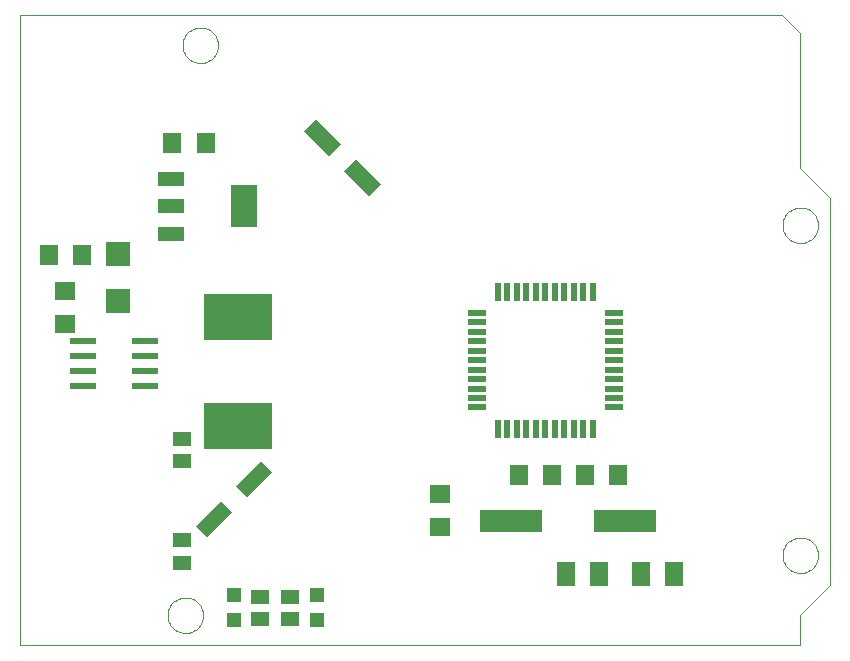
<source format=gtp>
G75*
G70*
%OFA0B0*%
%FSLAX24Y24*%
%IPPOS*%
%LPD*%
%AMOC8*
5,1,8,0,0,1.08239X$1,22.5*
%
%ADD10C,0.0000*%
%ADD11R,0.2100X0.0760*%
%ADD12R,0.0197X0.0591*%
%ADD13R,0.0591X0.0197*%
%ADD14R,0.0630X0.0709*%
%ADD15R,0.0709X0.0630*%
%ADD16R,0.0630X0.0787*%
%ADD17R,0.0472X0.0472*%
%ADD18R,0.0630X0.0512*%
%ADD19R,0.0870X0.0240*%
%ADD20R,0.0787X0.0787*%
%ADD21R,0.1181X0.0551*%
%ADD22R,0.2299X0.1551*%
%ADD23R,0.0880X0.0480*%
%ADD24R,0.0866X0.1417*%
D10*
X000500Y000500D02*
X000500Y021500D01*
X025900Y021500D01*
X026500Y020900D01*
X026500Y016400D01*
X027500Y015400D01*
X027500Y002500D01*
X026500Y001500D01*
X026500Y000500D01*
X000500Y000500D01*
X005409Y001500D02*
X005411Y001548D01*
X005417Y001596D01*
X005427Y001643D01*
X005440Y001689D01*
X005458Y001734D01*
X005478Y001778D01*
X005503Y001820D01*
X005531Y001859D01*
X005561Y001896D01*
X005595Y001930D01*
X005632Y001962D01*
X005670Y001991D01*
X005711Y002016D01*
X005754Y002038D01*
X005799Y002056D01*
X005845Y002070D01*
X005892Y002081D01*
X005940Y002088D01*
X005988Y002091D01*
X006036Y002090D01*
X006084Y002085D01*
X006132Y002076D01*
X006178Y002064D01*
X006223Y002047D01*
X006267Y002027D01*
X006309Y002004D01*
X006349Y001977D01*
X006387Y001947D01*
X006422Y001914D01*
X006454Y001878D01*
X006484Y001840D01*
X006510Y001799D01*
X006532Y001756D01*
X006552Y001712D01*
X006567Y001667D01*
X006579Y001620D01*
X006587Y001572D01*
X006591Y001524D01*
X006591Y001476D01*
X006587Y001428D01*
X006579Y001380D01*
X006567Y001333D01*
X006552Y001288D01*
X006532Y001244D01*
X006510Y001201D01*
X006484Y001160D01*
X006454Y001122D01*
X006422Y001086D01*
X006387Y001053D01*
X006349Y001023D01*
X006309Y000996D01*
X006267Y000973D01*
X006223Y000953D01*
X006178Y000936D01*
X006132Y000924D01*
X006084Y000915D01*
X006036Y000910D01*
X005988Y000909D01*
X005940Y000912D01*
X005892Y000919D01*
X005845Y000930D01*
X005799Y000944D01*
X005754Y000962D01*
X005711Y000984D01*
X005670Y001009D01*
X005632Y001038D01*
X005595Y001070D01*
X005561Y001104D01*
X005531Y001141D01*
X005503Y001180D01*
X005478Y001222D01*
X005458Y001266D01*
X005440Y001311D01*
X005427Y001357D01*
X005417Y001404D01*
X005411Y001452D01*
X005409Y001500D01*
X025909Y003500D02*
X025911Y003548D01*
X025917Y003596D01*
X025927Y003643D01*
X025940Y003689D01*
X025958Y003734D01*
X025978Y003778D01*
X026003Y003820D01*
X026031Y003859D01*
X026061Y003896D01*
X026095Y003930D01*
X026132Y003962D01*
X026170Y003991D01*
X026211Y004016D01*
X026254Y004038D01*
X026299Y004056D01*
X026345Y004070D01*
X026392Y004081D01*
X026440Y004088D01*
X026488Y004091D01*
X026536Y004090D01*
X026584Y004085D01*
X026632Y004076D01*
X026678Y004064D01*
X026723Y004047D01*
X026767Y004027D01*
X026809Y004004D01*
X026849Y003977D01*
X026887Y003947D01*
X026922Y003914D01*
X026954Y003878D01*
X026984Y003840D01*
X027010Y003799D01*
X027032Y003756D01*
X027052Y003712D01*
X027067Y003667D01*
X027079Y003620D01*
X027087Y003572D01*
X027091Y003524D01*
X027091Y003476D01*
X027087Y003428D01*
X027079Y003380D01*
X027067Y003333D01*
X027052Y003288D01*
X027032Y003244D01*
X027010Y003201D01*
X026984Y003160D01*
X026954Y003122D01*
X026922Y003086D01*
X026887Y003053D01*
X026849Y003023D01*
X026809Y002996D01*
X026767Y002973D01*
X026723Y002953D01*
X026678Y002936D01*
X026632Y002924D01*
X026584Y002915D01*
X026536Y002910D01*
X026488Y002909D01*
X026440Y002912D01*
X026392Y002919D01*
X026345Y002930D01*
X026299Y002944D01*
X026254Y002962D01*
X026211Y002984D01*
X026170Y003009D01*
X026132Y003038D01*
X026095Y003070D01*
X026061Y003104D01*
X026031Y003141D01*
X026003Y003180D01*
X025978Y003222D01*
X025958Y003266D01*
X025940Y003311D01*
X025927Y003357D01*
X025917Y003404D01*
X025911Y003452D01*
X025909Y003500D01*
X025909Y014500D02*
X025911Y014548D01*
X025917Y014596D01*
X025927Y014643D01*
X025940Y014689D01*
X025958Y014734D01*
X025978Y014778D01*
X026003Y014820D01*
X026031Y014859D01*
X026061Y014896D01*
X026095Y014930D01*
X026132Y014962D01*
X026170Y014991D01*
X026211Y015016D01*
X026254Y015038D01*
X026299Y015056D01*
X026345Y015070D01*
X026392Y015081D01*
X026440Y015088D01*
X026488Y015091D01*
X026536Y015090D01*
X026584Y015085D01*
X026632Y015076D01*
X026678Y015064D01*
X026723Y015047D01*
X026767Y015027D01*
X026809Y015004D01*
X026849Y014977D01*
X026887Y014947D01*
X026922Y014914D01*
X026954Y014878D01*
X026984Y014840D01*
X027010Y014799D01*
X027032Y014756D01*
X027052Y014712D01*
X027067Y014667D01*
X027079Y014620D01*
X027087Y014572D01*
X027091Y014524D01*
X027091Y014476D01*
X027087Y014428D01*
X027079Y014380D01*
X027067Y014333D01*
X027052Y014288D01*
X027032Y014244D01*
X027010Y014201D01*
X026984Y014160D01*
X026954Y014122D01*
X026922Y014086D01*
X026887Y014053D01*
X026849Y014023D01*
X026809Y013996D01*
X026767Y013973D01*
X026723Y013953D01*
X026678Y013936D01*
X026632Y013924D01*
X026584Y013915D01*
X026536Y013910D01*
X026488Y013909D01*
X026440Y013912D01*
X026392Y013919D01*
X026345Y013930D01*
X026299Y013944D01*
X026254Y013962D01*
X026211Y013984D01*
X026170Y014009D01*
X026132Y014038D01*
X026095Y014070D01*
X026061Y014104D01*
X026031Y014141D01*
X026003Y014180D01*
X025978Y014222D01*
X025958Y014266D01*
X025940Y014311D01*
X025927Y014357D01*
X025917Y014404D01*
X025911Y014452D01*
X025909Y014500D01*
X005909Y020500D02*
X005911Y020548D01*
X005917Y020596D01*
X005927Y020643D01*
X005940Y020689D01*
X005958Y020734D01*
X005978Y020778D01*
X006003Y020820D01*
X006031Y020859D01*
X006061Y020896D01*
X006095Y020930D01*
X006132Y020962D01*
X006170Y020991D01*
X006211Y021016D01*
X006254Y021038D01*
X006299Y021056D01*
X006345Y021070D01*
X006392Y021081D01*
X006440Y021088D01*
X006488Y021091D01*
X006536Y021090D01*
X006584Y021085D01*
X006632Y021076D01*
X006678Y021064D01*
X006723Y021047D01*
X006767Y021027D01*
X006809Y021004D01*
X006849Y020977D01*
X006887Y020947D01*
X006922Y020914D01*
X006954Y020878D01*
X006984Y020840D01*
X007010Y020799D01*
X007032Y020756D01*
X007052Y020712D01*
X007067Y020667D01*
X007079Y020620D01*
X007087Y020572D01*
X007091Y020524D01*
X007091Y020476D01*
X007087Y020428D01*
X007079Y020380D01*
X007067Y020333D01*
X007052Y020288D01*
X007032Y020244D01*
X007010Y020201D01*
X006984Y020160D01*
X006954Y020122D01*
X006922Y020086D01*
X006887Y020053D01*
X006849Y020023D01*
X006809Y019996D01*
X006767Y019973D01*
X006723Y019953D01*
X006678Y019936D01*
X006632Y019924D01*
X006584Y019915D01*
X006536Y019910D01*
X006488Y019909D01*
X006440Y019912D01*
X006392Y019919D01*
X006345Y019930D01*
X006299Y019944D01*
X006254Y019962D01*
X006211Y019984D01*
X006170Y020009D01*
X006132Y020038D01*
X006095Y020070D01*
X006061Y020104D01*
X006031Y020141D01*
X006003Y020180D01*
X005978Y020222D01*
X005958Y020266D01*
X005940Y020311D01*
X005927Y020357D01*
X005917Y020404D01*
X005911Y020452D01*
X005909Y020500D01*
D11*
X016850Y004625D03*
X020650Y004625D03*
D12*
X019575Y007717D03*
X019260Y007717D03*
X018945Y007717D03*
X018630Y007717D03*
X018315Y007717D03*
X018000Y007717D03*
X017685Y007717D03*
X017370Y007717D03*
X017055Y007717D03*
X016740Y007717D03*
X016425Y007717D03*
X016425Y012283D03*
X016740Y012283D03*
X017055Y012283D03*
X017370Y012283D03*
X017685Y012283D03*
X018000Y012283D03*
X018315Y012283D03*
X018630Y012283D03*
X018945Y012283D03*
X019260Y012283D03*
X019575Y012283D03*
D13*
X020283Y011575D03*
X020283Y011260D03*
X020283Y010945D03*
X020283Y010630D03*
X020283Y010315D03*
X020283Y010000D03*
X020283Y009685D03*
X020283Y009370D03*
X020283Y009055D03*
X020283Y008740D03*
X020283Y008425D03*
X015717Y008425D03*
X015717Y008740D03*
X015717Y009055D03*
X015717Y009370D03*
X015717Y009685D03*
X015717Y010000D03*
X015717Y010315D03*
X015717Y010630D03*
X015717Y010945D03*
X015717Y011260D03*
X015717Y011575D03*
D14*
X017136Y006188D03*
X018239Y006188D03*
X019324Y006188D03*
X020426Y006188D03*
X006676Y017250D03*
X005574Y017250D03*
X002551Y013500D03*
X001449Y013500D03*
D15*
X002000Y012301D03*
X002000Y011199D03*
X014500Y005551D03*
X014500Y004449D03*
D16*
X018699Y002875D03*
X019801Y002875D03*
X021199Y002875D03*
X022301Y002875D03*
D17*
X010375Y002163D03*
X010375Y001337D03*
X007625Y001337D03*
X007625Y002163D03*
D18*
X008500Y002124D03*
X008500Y001376D03*
X009500Y001376D03*
X009500Y002124D03*
X005875Y003251D03*
X005875Y003999D03*
X005875Y006626D03*
X005875Y007374D03*
D19*
X004655Y009125D03*
X004655Y009625D03*
X004655Y010125D03*
X004655Y010625D03*
X002595Y010625D03*
X002595Y010125D03*
X002595Y009625D03*
X002595Y009125D03*
D20*
X003750Y011963D03*
X003750Y013537D03*
D21*
G36*
X010804Y016807D02*
X009971Y017640D01*
X010360Y018029D01*
X011193Y017196D01*
X010804Y016807D01*
G37*
G36*
X012140Y015471D02*
X011307Y016304D01*
X011696Y016693D01*
X012529Y015860D01*
X012140Y015471D01*
G37*
G36*
X008904Y006265D02*
X008071Y005432D01*
X007682Y005821D01*
X008515Y006654D01*
X008904Y006265D01*
G37*
G36*
X007568Y004929D02*
X006735Y004096D01*
X006346Y004485D01*
X007179Y005318D01*
X007568Y004929D01*
G37*
D22*
X007750Y007824D03*
X007750Y011426D03*
D23*
X005530Y014215D03*
X005530Y015125D03*
X005530Y016035D03*
D24*
X007970Y015125D03*
M02*

</source>
